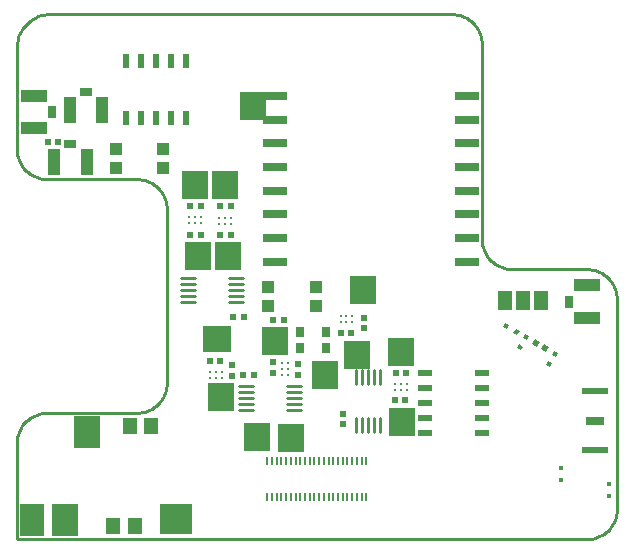
<source format=gbr>
G04 EAGLE Gerber RS-274X export*
G75*
%MOMM*%
%FSLAX34Y34*%
%LPD*%
%INSolderpaste Top*%
%IPPOS*%
%AMOC8*
5,1,8,0,0,1.08239X$1,22.5*%
G01*
%ADD10R,0.620000X0.620000*%
%ADD11R,0.508000X1.270000*%
%ADD12R,0.195575X0.685800*%
%ADD13R,1.270000X0.508000*%
%ADD14R,2.235200X2.489200*%
%ADD15R,0.660000X0.900000*%
%ADD16R,1.168400X1.600200*%
%ADD17C,0.254000*%
%ADD18C,0.250000*%
%ADD19R,2.000000X0.800000*%
%ADD20R,2.200000X1.050000*%
%ADD21R,0.800000X1.000000*%
%ADD22R,2.250000X0.600000*%
%ADD23R,1.500000X0.750000*%
%ADD24R,0.375000X0.375000*%
%ADD25R,1.000000X1.000000*%
%ADD26R,1.050000X2.200000*%
%ADD27R,1.000000X0.800000*%
%ADD28R,0.500000X0.500000*%
%ADD29R,0.375000X0.375000*%
%ADD30R,0.500000X0.500000*%
%ADD31R,2.000000X2.800000*%
%ADD32R,2.800000X2.600000*%
%ADD33R,2.200000X2.800000*%
%ADD34R,2.489200X2.235200*%
%ADD35R,1.150000X1.450000*%


D10*
X328858Y117602D03*
X319858Y117602D03*
X329874Y140462D03*
X320874Y140462D03*
X283138Y174752D03*
X274138Y174752D03*
X294132Y187634D03*
X294132Y178634D03*
X146630Y281940D03*
X155630Y281940D03*
X146630Y257810D03*
X155630Y257810D03*
X181030Y257810D03*
X172030Y257810D03*
X181030Y281940D03*
X172030Y281940D03*
X237998Y148010D03*
X237998Y139010D03*
X216662Y149788D03*
X216662Y140788D03*
X226242Y185420D03*
X217242Y185420D03*
D11*
X92202Y356870D03*
X92202Y405130D03*
X104902Y356870D03*
X104902Y405130D03*
X117602Y356870D03*
X117602Y405130D03*
X130302Y356870D03*
X130302Y405130D03*
X143002Y356870D03*
X143002Y405130D03*
D12*
X251981Y35433D03*
X247981Y35433D03*
X243981Y35433D03*
X239981Y35433D03*
X235981Y35433D03*
X231981Y35433D03*
X227981Y35433D03*
X223981Y35433D03*
X219981Y35433D03*
X215981Y35433D03*
X211981Y35433D03*
X295981Y35433D03*
X291981Y35433D03*
X287981Y35433D03*
X283981Y35433D03*
X279981Y35433D03*
X275981Y35433D03*
X271981Y35433D03*
X267981Y35433D03*
X263981Y35433D03*
X259981Y35433D03*
X255981Y35433D03*
X251981Y66167D03*
X247981Y66167D03*
X243981Y66167D03*
X239981Y66167D03*
X235981Y66167D03*
X231981Y66167D03*
X227981Y66167D03*
X223981Y66167D03*
X219981Y66167D03*
X215981Y66167D03*
X211981Y66167D03*
X295981Y66167D03*
X291981Y66167D03*
X287981Y66167D03*
X283981Y66167D03*
X279981Y66167D03*
X275981Y66167D03*
X271981Y66167D03*
X267981Y66167D03*
X263981Y66167D03*
X259981Y66167D03*
X255981Y66167D03*
D13*
X345694Y140970D03*
X393954Y140970D03*
X345694Y128270D03*
X393954Y128270D03*
X345694Y115570D03*
X393954Y115570D03*
X345694Y102870D03*
X393954Y102870D03*
X345694Y90170D03*
X393954Y90170D03*
D14*
X293116Y211328D03*
X288036Y156210D03*
X326136Y99060D03*
X232156Y86106D03*
X203708Y86614D03*
X325374Y158496D03*
X153416Y239522D03*
X176530Y299720D03*
X218948Y167894D03*
X261112Y139446D03*
X178816Y240030D03*
X151130Y299720D03*
D15*
X239494Y162160D03*
X261394Y162160D03*
X261394Y175660D03*
X239494Y175660D03*
D16*
G36*
X418916Y194122D02*
X407233Y194143D01*
X407260Y210144D01*
X418943Y210123D01*
X418916Y194122D01*
G37*
G36*
X434156Y194095D02*
X422473Y194116D01*
X422500Y210117D01*
X434183Y210096D01*
X434156Y194095D01*
G37*
G36*
X449396Y194068D02*
X437713Y194089D01*
X437740Y210090D01*
X449423Y210069D01*
X449396Y194068D01*
G37*
D17*
X330374Y126532D03*
X330374Y131532D03*
X325374Y126532D03*
X325374Y131532D03*
X320374Y126532D03*
X320374Y131532D03*
X229830Y149018D03*
X224830Y149018D03*
X229830Y144018D03*
X224830Y144018D03*
X229830Y139018D03*
X224830Y139018D03*
D18*
X200126Y129888D02*
X188126Y129888D01*
X188126Y124888D02*
X200126Y124888D01*
X200126Y119888D02*
X188126Y119888D01*
X188126Y114888D02*
X200126Y114888D01*
X200126Y109888D02*
X188126Y109888D01*
X228626Y109888D02*
X240626Y109888D01*
X240626Y114888D02*
X228626Y114888D01*
X228626Y119888D02*
X240626Y119888D01*
X240626Y124888D02*
X228626Y124888D01*
X228626Y129888D02*
X240626Y129888D01*
D19*
X380974Y235188D03*
X380974Y255188D03*
X380974Y275188D03*
X380974Y295188D03*
X380974Y315188D03*
X380974Y335188D03*
X380974Y355188D03*
X380974Y375188D03*
X218974Y375188D03*
X218974Y355188D03*
X218974Y335188D03*
X218974Y315188D03*
X218974Y295188D03*
X218974Y275188D03*
X218974Y255188D03*
X218974Y235188D03*
D18*
X191350Y200820D02*
X179350Y200820D01*
X179350Y205820D02*
X191350Y205820D01*
X191350Y210820D02*
X179350Y210820D01*
X179350Y215820D02*
X191350Y215820D01*
X191350Y220820D02*
X179350Y220820D01*
X150850Y220820D02*
X138850Y220820D01*
X138850Y215820D02*
X150850Y215820D01*
X150850Y210820D02*
X138850Y210820D01*
X138850Y205820D02*
X150850Y205820D01*
X150850Y200820D02*
X138850Y200820D01*
X287180Y102844D02*
X287180Y90844D01*
X292180Y90844D02*
X292180Y102844D01*
X297180Y102844D02*
X297180Y90844D01*
X302180Y90844D02*
X302180Y102844D01*
X307180Y102844D02*
X307180Y90844D01*
X307180Y131344D02*
X307180Y143344D01*
X302180Y143344D02*
X302180Y131344D01*
X297180Y131344D02*
X297180Y143344D01*
X292180Y143344D02*
X292180Y131344D01*
X287180Y131344D02*
X287180Y143344D01*
D17*
X284146Y183682D03*
X284146Y188682D03*
X279146Y183682D03*
X279146Y188682D03*
X274146Y183682D03*
X274146Y188682D03*
X146130Y273010D03*
X146130Y268010D03*
X151130Y273010D03*
X151130Y268010D03*
X156130Y273010D03*
X156130Y268010D03*
X181530Y266740D03*
X181530Y271740D03*
X176530Y266740D03*
X176530Y271740D03*
X171530Y266740D03*
X171530Y271740D03*
D20*
X482854Y187418D03*
X482854Y214918D03*
D21*
X467604Y201168D03*
D22*
X489808Y125390D03*
X489808Y75390D03*
D23*
X489808Y100390D03*
D24*
X501492Y36466D03*
X501492Y46466D03*
X460832Y60426D03*
X460832Y50426D03*
D25*
X83886Y314326D03*
X83886Y330326D03*
X123886Y330326D03*
X123886Y314326D03*
X212918Y197740D03*
X212918Y213740D03*
X252918Y213740D03*
X252918Y197740D03*
D20*
X14478Y375700D03*
X14478Y348200D03*
D21*
X29728Y361950D03*
D26*
X44924Y363474D03*
X72424Y363474D03*
D27*
X58674Y378724D03*
D26*
X31716Y319278D03*
X59216Y319278D03*
D27*
X45466Y334528D03*
D28*
X35234Y336042D03*
X26234Y336042D03*
D29*
G36*
X415116Y178143D02*
X411869Y180018D01*
X413744Y183265D01*
X416991Y181390D01*
X415116Y178143D01*
G37*
G36*
X423776Y173143D02*
X420529Y175018D01*
X422404Y178265D01*
X425651Y176390D01*
X423776Y173143D01*
G37*
G36*
X428401Y170497D02*
X430276Y173744D01*
X433523Y171869D01*
X431648Y168622D01*
X428401Y170497D01*
G37*
G36*
X423401Y161836D02*
X425276Y165083D01*
X428523Y163208D01*
X426648Y159961D01*
X423401Y161836D01*
G37*
G36*
X452958Y156319D02*
X454833Y159566D01*
X458080Y157691D01*
X456205Y154444D01*
X452958Y156319D01*
G37*
G36*
X447958Y147658D02*
X449833Y150905D01*
X453080Y149030D01*
X451205Y145783D01*
X447958Y147658D01*
G37*
D30*
G36*
X440201Y162938D02*
X435871Y165438D01*
X438371Y169768D01*
X442701Y167268D01*
X440201Y162938D01*
G37*
G36*
X447996Y158438D02*
X443666Y160938D01*
X446166Y165268D01*
X450496Y162768D01*
X447996Y158438D01*
G37*
D31*
X12828Y16594D03*
D32*
X134828Y17594D03*
D33*
X59828Y90594D03*
X40828Y16594D03*
D10*
X182118Y138502D03*
X182118Y147502D03*
X172394Y150876D03*
X163394Y150876D03*
D17*
X173402Y136946D03*
X173402Y141946D03*
X168402Y136946D03*
X168402Y141946D03*
X163402Y136946D03*
X163402Y141946D03*
D34*
X169926Y169164D03*
D14*
X172974Y120142D03*
D35*
X81678Y11176D03*
X99678Y11176D03*
X113648Y96266D03*
X95648Y96266D03*
D14*
X200154Y366836D03*
D10*
X191842Y139446D03*
X200842Y139446D03*
X192206Y188468D03*
X183206Y188468D03*
X276098Y97354D03*
X276098Y106354D03*
D17*
X0Y0D02*
X482600Y0D01*
X484814Y97D01*
X487011Y386D01*
X489174Y865D01*
X491287Y1532D01*
X493335Y2380D01*
X495300Y3403D01*
X497169Y4594D01*
X498927Y5942D01*
X500561Y7440D01*
X502058Y9073D01*
X503406Y10831D01*
X504597Y12700D01*
X505620Y14666D01*
X506468Y16713D01*
X507135Y18826D01*
X507614Y20989D01*
X507903Y23186D01*
X508000Y25400D01*
X508000Y203200D01*
X507903Y205414D01*
X507614Y207611D01*
X507135Y209774D01*
X506468Y211887D01*
X505620Y213935D01*
X504597Y215900D01*
X503406Y217769D01*
X502058Y219527D01*
X500561Y221161D01*
X498927Y222658D01*
X497169Y224006D01*
X495300Y225197D01*
X493335Y226220D01*
X491287Y227068D01*
X489174Y227735D01*
X487011Y228214D01*
X484814Y228503D01*
X482600Y228600D01*
X419100Y228600D01*
X416886Y228697D01*
X414689Y228986D01*
X412526Y229465D01*
X410413Y230132D01*
X408366Y230980D01*
X406400Y232003D01*
X404531Y233194D01*
X402773Y234542D01*
X401140Y236040D01*
X399642Y237673D01*
X398294Y239431D01*
X397103Y241300D01*
X396080Y243266D01*
X395232Y245313D01*
X394565Y247426D01*
X394086Y249589D01*
X393797Y251786D01*
X393700Y254000D01*
X393700Y419100D01*
X393603Y421314D01*
X393314Y423511D01*
X392835Y425674D01*
X392168Y427787D01*
X391320Y429835D01*
X390297Y431800D01*
X389106Y433669D01*
X387758Y435427D01*
X386261Y437061D01*
X384627Y438558D01*
X382869Y439906D01*
X381000Y441097D01*
X379035Y442120D01*
X376987Y442968D01*
X374874Y443635D01*
X372711Y444114D01*
X370514Y444403D01*
X368300Y444500D01*
X25400Y444500D01*
X22922Y444115D01*
X20486Y443515D01*
X18112Y442705D01*
X15818Y441691D01*
X13621Y440481D01*
X11538Y439084D01*
X9584Y437511D01*
X7775Y435774D01*
X6124Y433886D01*
X4644Y431860D01*
X3347Y429714D01*
X2241Y427463D01*
X1335Y425124D01*
X637Y422715D01*
X152Y420254D01*
X-117Y417760D01*
X-168Y415253D01*
X0Y412750D01*
X0Y330200D01*
X97Y327986D01*
X386Y325789D01*
X865Y323626D01*
X1532Y321513D01*
X2380Y319466D01*
X3403Y317500D01*
X4594Y315631D01*
X5942Y313873D01*
X7440Y312240D01*
X9073Y310742D01*
X10831Y309394D01*
X12700Y308203D01*
X14666Y307180D01*
X16713Y306332D01*
X18826Y305665D01*
X20989Y305186D01*
X23186Y304897D01*
X25400Y304800D01*
X101600Y304800D01*
X103814Y304703D01*
X106011Y304414D01*
X108174Y303935D01*
X110287Y303268D01*
X112335Y302420D01*
X114300Y301397D01*
X116169Y300206D01*
X117927Y298858D01*
X119561Y297361D01*
X121058Y295727D01*
X122406Y293969D01*
X123597Y292100D01*
X124620Y290135D01*
X125468Y288087D01*
X126135Y285974D01*
X126614Y283811D01*
X126903Y281614D01*
X127000Y279400D01*
X127000Y132588D01*
X126903Y130374D01*
X126614Y128177D01*
X126135Y126014D01*
X125468Y123901D01*
X124620Y121854D01*
X123597Y119888D01*
X122406Y118019D01*
X121058Y116261D01*
X119561Y114628D01*
X117927Y113130D01*
X116169Y111782D01*
X114300Y110591D01*
X112335Y109568D01*
X110287Y108720D01*
X108174Y108053D01*
X106011Y107574D01*
X103814Y107285D01*
X101600Y107188D01*
X25400Y107188D01*
X23186Y107091D01*
X20989Y106802D01*
X18826Y106323D01*
X16713Y105656D01*
X14666Y104808D01*
X12700Y103785D01*
X10831Y102594D01*
X9073Y101246D01*
X7440Y99749D01*
X5942Y98115D01*
X4594Y96357D01*
X3403Y94488D01*
X2380Y92523D01*
X1532Y90475D01*
X865Y88362D01*
X386Y86199D01*
X97Y84002D01*
X0Y81788D01*
X0Y0D01*
M02*

</source>
